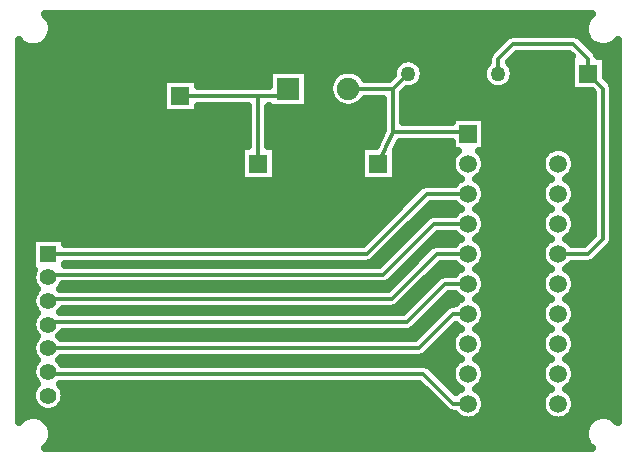
<source format=gtl>
G04 DipTrace 3.2.0.1*
G04 Top.gtl*
%MOIN*%
G04 #@! TF.FileFunction,Copper,L1,Top*
G04 #@! TF.Part,Single*
G04 #@! TA.AperFunction,Conductor*
%ADD14C,0.012992*%
G04 #@! TA.AperFunction,CopperBalancing*
%ADD15C,0.025*%
G04 #@! TA.AperFunction,ComponentPad*
%ADD16C,0.062992*%
%ADD17R,0.062992X0.062992*%
%ADD18C,0.05*%
%ADD19C,0.05*%
%ADD20C,0.062992*%
%ADD21C,0.129921*%
%ADD22R,0.055118X0.055118*%
%ADD23C,0.055118*%
%ADD24R,0.074803X0.074803*%
%ADD25C,0.074803*%
%ADD26R,0.059055X0.059055*%
%ADD27C,0.059055*%
%FSLAX26Y26*%
G04*
G70*
G90*
G75*
G01*
G04 Top*
%LPD*%
X2243701Y1693701D2*
D14*
Y1493699D1*
X1443701Y1643701D2*
Y1293701D1*
X1243701D1*
X1443701D2*
X1643701D1*
X1243701D2*
X1033858D1*
X983858Y1343701D1*
Y1442126D1*
Y1520866D1*
X916535D1*
X893701Y1543701D1*
Y1723622D1*
X877165Y1740157D1*
X983858Y1343701D2*
Y1329528D1*
X877165Y1222835D1*
X983858Y1619291D2*
X1243701D1*
X1319291D1*
X1343701Y1643701D1*
X1243701Y1393701D2*
Y1619291D1*
X1743701Y1693701D2*
X1693701Y1643701D1*
X1543701D1*
X1643701Y1393701D2*
X1693701Y1498714D1*
Y1643701D1*
Y1498714D2*
X1938688D1*
X1943701Y1493701D1*
X2043701Y1693701D2*
Y1743701D1*
X2093701Y1793701D1*
X2293701D1*
X2343701Y1743701D1*
Y1693701D1*
X2393701Y1643701D1*
Y1143701D1*
X2343701Y1093701D1*
X2243702D1*
X2243701Y1093699D1*
X1943701Y893701D2*
X1892915D1*
X1777954Y778740D1*
X543701D1*
X1943701Y993699D2*
X1867005D1*
X1739896Y866591D1*
X543701D1*
Y857480D1*
X1943701Y1293701D2*
X1805270D1*
X1605270Y1093701D1*
X543701D1*
X1943701Y1193701D2*
X1829181D1*
X1659955Y1024475D1*
X553215D1*
X543701Y1014961D1*
X1943701Y1093699D2*
X1838433D1*
X1688434Y943701D1*
X551181D1*
X543701Y936220D1*
X1943701Y593701D2*
X1893701D1*
X1793701Y693701D1*
X550000D1*
X543701Y700000D1*
X553517Y1866962D2*
D15*
X2333899D1*
X558038Y1842093D2*
X2329377D1*
X552081Y1817224D2*
X2068068D1*
X2319341D2*
X2335298D1*
X448089Y1792356D2*
X456747D1*
X530659D2*
X2043201D1*
X2344209D2*
X2356720D1*
X2430690D2*
X2439325D1*
X448089Y1767487D2*
X2018333D1*
X2369077D2*
X2439325D1*
X448089Y1742618D2*
X1725123D1*
X1762276D2*
X2008214D1*
X2091764D2*
X2283230D1*
X2404172D2*
X2439325D1*
X448089Y1717749D2*
X1695663D1*
X1791736D2*
X1995654D1*
X2091728D2*
X2283230D1*
X2404172D2*
X2439325D1*
X448089Y1692881D2*
X1277324D1*
X1410108D2*
X1500416D1*
X1586982D2*
X1689706D1*
X1797693D2*
X1989734D1*
X2097685D2*
X2283230D1*
X2404172D2*
X2439325D1*
X448089Y1668012D2*
X923362D1*
X1044340D2*
X1277324D1*
X1410108D2*
X1482115D1*
X1790839D2*
X1996587D1*
X2090831D2*
X2283230D1*
X2418525D2*
X2439325D1*
X448089Y1643143D2*
X923362D1*
X1410108D2*
X1477307D1*
X1755959D2*
X2031430D1*
X2055951D2*
X2283230D1*
X2429182D2*
X2439325D1*
X448089Y1618274D2*
X923362D1*
X1410108D2*
X1482581D1*
X1729190D2*
X2358228D1*
X2429182D2*
X2439325D1*
X448089Y1593406D2*
X923362D1*
X1410108D2*
X1501780D1*
X1585618D2*
X1658199D1*
X1729190D2*
X2358228D1*
X2429182D2*
X2439325D1*
X448089Y1568537D2*
X923362D1*
X1044340D2*
X1208211D1*
X1279202D2*
X1658199D1*
X1729190D2*
X2358228D1*
X2429182D2*
X2439325D1*
X448089Y1543668D2*
X1208211D1*
X1279202D2*
X1658199D1*
X1729190D2*
X1885167D1*
X2002232D2*
X2358228D1*
X2429182D2*
X2439325D1*
X448089Y1518799D2*
X1208211D1*
X1279202D2*
X1658199D1*
X2002232D2*
X2358228D1*
X2429182D2*
X2439325D1*
X448089Y1493930D2*
X1208211D1*
X1279202D2*
X1652386D1*
X2002232D2*
X2358228D1*
X2429182D2*
X2439325D1*
X448089Y1469062D2*
X1208211D1*
X1279202D2*
X1640545D1*
X2002232D2*
X2358228D1*
X2429182D2*
X2439325D1*
X448089Y1444193D2*
X1183201D1*
X1304178D2*
X1583201D1*
X1706762D2*
X1885167D1*
X2002232D2*
X2216951D1*
X2270467D2*
X2358228D1*
X2429182D2*
X2439325D1*
X448089Y1419324D2*
X1183201D1*
X1304178D2*
X1583201D1*
X1704178D2*
X1891374D1*
X1996025D2*
X2191403D1*
X2296017D2*
X2358228D1*
X2429182D2*
X2439325D1*
X448089Y1394455D2*
X1183201D1*
X1304178D2*
X1583201D1*
X1704178D2*
X1885202D1*
X2002232D2*
X2185194D1*
X2302224D2*
X2358228D1*
X2429182D2*
X2439325D1*
X448089Y1369587D2*
X1183201D1*
X1304178D2*
X1583201D1*
X1704178D2*
X1890621D1*
X1996778D2*
X2190648D1*
X2296770D2*
X2358228D1*
X2429182D2*
X2439325D1*
X448089Y1344718D2*
X1183201D1*
X1304178D2*
X1583201D1*
X1704178D2*
X1914017D1*
X1973382D2*
X2214009D1*
X2273374D2*
X2358228D1*
X2429182D2*
X2439325D1*
X448089Y1319849D2*
X1782646D1*
X1995738D2*
X2191654D1*
X2295730D2*
X2358228D1*
X2429182D2*
X2439325D1*
X448089Y1294980D2*
X1757383D1*
X2002197D2*
X2185194D1*
X2302189D2*
X2358228D1*
X2429182D2*
X2439325D1*
X448089Y1270112D2*
X1732516D1*
X1996993D2*
X2190398D1*
X2297021D2*
X2358228D1*
X2429182D2*
X2439325D1*
X448089Y1245243D2*
X1707647D1*
X1805983D2*
X1913084D1*
X1974315D2*
X2213076D1*
X2274307D2*
X2358228D1*
X2429182D2*
X2439325D1*
X448089Y1220374D2*
X1682780D1*
X1781079D2*
X1807262D1*
X1995451D2*
X2191941D1*
X2295479D2*
X2358228D1*
X2429182D2*
X2439325D1*
X448089Y1195505D2*
X1657912D1*
X1756211D2*
X1781820D1*
X2002197D2*
X2185194D1*
X2302189D2*
X2358228D1*
X2429182D2*
X2439325D1*
X448089Y1170636D2*
X1633045D1*
X1731344D2*
X1756953D1*
X1997245D2*
X2190146D1*
X2297236D2*
X2358228D1*
X2429182D2*
X2439325D1*
X448089Y1145768D2*
X487155D1*
X600238D2*
X1608177D1*
X1706475D2*
X1732085D1*
X1830383D2*
X1912223D1*
X1975213D2*
X2212215D1*
X2275203D2*
X2346601D1*
X2429182D2*
X2439325D1*
X448089Y1120899D2*
X487155D1*
X1681608D2*
X1707217D1*
X1805516D2*
X1817274D1*
X1995164D2*
X2192227D1*
X2420033D2*
X2439325D1*
X448089Y1096030D2*
X487155D1*
X1656740D2*
X1682349D1*
X1780648D2*
X1791621D1*
X2002161D2*
X2185230D1*
X2395165D2*
X2439325D1*
X448089Y1071161D2*
X487155D1*
X1631873D2*
X1657482D1*
X1755781D2*
X1766749D1*
X1997496D2*
X2189930D1*
X2370297D2*
X2439325D1*
X448089Y1046293D2*
X487155D1*
X1730912D2*
X1741881D1*
X1840180D2*
X1911362D1*
X1976038D2*
X2211354D1*
X2276029D2*
X2439325D1*
X448089Y1021424D2*
X487550D1*
X1706045D2*
X1717013D1*
X1815312D2*
X1846627D1*
X1994877D2*
X2192514D1*
X2294869D2*
X2439325D1*
X448089Y996555D2*
X490385D1*
X1680029D2*
X1692109D1*
X1790445D2*
X1820719D1*
X2002161D2*
X2185266D1*
X2302154D2*
X2439325D1*
X448089Y971686D2*
X500396D1*
X1765576D2*
X1795850D1*
X1997711D2*
X2189680D1*
X2297703D2*
X2439325D1*
X448089Y946818D2*
X488196D1*
X1740709D2*
X1770983D1*
X1869282D2*
X1910537D1*
X1976862D2*
X2210529D1*
X2276854D2*
X2439325D1*
X448089Y921949D2*
X489056D1*
X1715841D2*
X1746115D1*
X1844415D2*
X1873361D1*
X1994589D2*
X2192837D1*
X2294581D2*
X2439325D1*
X448089Y897080D2*
X503912D1*
X1819546D2*
X1847130D1*
X2002125D2*
X2185266D1*
X2302117D2*
X2439325D1*
X448089Y872211D2*
X489199D1*
X1794678D2*
X1822261D1*
X1997927D2*
X2189465D1*
X2297919D2*
X2439325D1*
X448089Y847343D2*
X488123D1*
X1769811D2*
X1797394D1*
X1895693D2*
X1909747D1*
X1977652D2*
X2209739D1*
X2277644D2*
X2439325D1*
X448089Y822474D2*
X500001D1*
X587391D2*
X1772526D1*
X1870825D2*
X1893133D1*
X1994266D2*
X2193125D1*
X2294259D2*
X2439325D1*
X448089Y797605D2*
X490563D1*
X1845957D2*
X1885310D1*
X2002089D2*
X2185302D1*
X2302081D2*
X2439325D1*
X448089Y772736D2*
X487478D1*
X1821089D2*
X1889257D1*
X1998142D2*
X2189249D1*
X2298134D2*
X2439325D1*
X448089Y747867D2*
X496844D1*
X1792094D2*
X1908993D1*
X1978406D2*
X2208986D1*
X2278398D2*
X2439325D1*
X448089Y722999D2*
X492286D1*
X1811365D2*
X1893455D1*
X1993944D2*
X2193448D1*
X2293936D2*
X2439325D1*
X448089Y698130D2*
X487190D1*
X1838421D2*
X1885346D1*
X2002054D2*
X2185374D1*
X2302046D2*
X2439325D1*
X448089Y673261D2*
X494224D1*
X1863289D2*
X1889042D1*
X1998357D2*
X2189034D1*
X2298349D2*
X2439325D1*
X448089Y648392D2*
X494440D1*
X592953D2*
X1789858D1*
X1888157D2*
X1908240D1*
X1979159D2*
X2208268D1*
X2279151D2*
X2439325D1*
X448089Y623524D2*
X487190D1*
X600202D2*
X1814726D1*
X1993621D2*
X2193770D1*
X2293613D2*
X2439325D1*
X448089Y598655D2*
X492106D1*
X595286D2*
X1839593D1*
X2002017D2*
X2185409D1*
X2302009D2*
X2439325D1*
X448089Y573786D2*
X515360D1*
X572033D2*
X1864462D1*
X1998572D2*
X2188854D1*
X2298564D2*
X2439325D1*
X448089Y548917D2*
X463364D1*
X524055D2*
X1907558D1*
X1979841D2*
X2207550D1*
X2279869D2*
X2363360D1*
X2424051D2*
X2439325D1*
X550072Y524049D2*
X2337307D1*
X557787Y499180D2*
X2329592D1*
X554916Y474311D2*
X2332463D1*
X539415Y449442D2*
X2348001D1*
X1194899Y1451689D2*
X1210724D1*
X1210713Y1586291D1*
X1041852Y1586303D1*
X1041846Y1561303D1*
X925870D1*
Y1677280D1*
X1041846D1*
Y1652268D1*
X1279836Y1652280D1*
X1279807Y1707594D1*
X1407594D1*
Y1579807D1*
X1279807D1*
Y1586302D1*
X1276689Y1582546D1*
Y1451676D1*
X1301689Y1451689D1*
Y1335713D1*
X1185713D1*
Y1451689D1*
X1194899D1*
X2375675Y1751689D2*
X2401689D1*
Y1682396D1*
X2418785Y1665125D1*
X2421828Y1660937D1*
X2424178Y1656325D1*
X2425777Y1651402D1*
X2426588Y1646289D1*
X2426689Y1579396D1*
X2426588Y1141113D1*
X2425777Y1136000D1*
X2424178Y1131076D1*
X2421828Y1126465D1*
X2418785Y1122277D1*
X2371556Y1074904D1*
X2365125Y1068617D1*
X2360937Y1065573D1*
X2356325Y1063223D1*
X2351402Y1061625D1*
X2346289Y1060814D1*
X2288978Y1060713D1*
X2283312Y1054088D1*
X2276629Y1048378D1*
X2268962Y1043706D1*
X2276629Y1039021D1*
X2283312Y1033311D1*
X2289022Y1026627D1*
X2293614Y1019131D1*
X2296979Y1011010D1*
X2299030Y1002463D1*
X2299720Y993699D1*
X2299030Y984936D1*
X2296979Y976388D1*
X2293614Y968268D1*
X2289022Y960772D1*
X2283312Y954088D1*
X2276629Y948378D1*
X2268962Y943706D1*
X2276629Y939022D1*
X2283312Y933312D1*
X2289022Y926629D1*
X2293614Y919133D1*
X2296979Y911012D1*
X2299030Y902465D1*
X2299720Y893701D1*
X2299030Y884937D1*
X2296979Y876390D1*
X2293614Y868269D1*
X2289022Y860773D1*
X2283312Y854089D1*
X2276629Y848379D1*
X2268962Y843707D1*
X2276629Y839021D1*
X2283312Y833311D1*
X2289022Y826627D1*
X2293614Y819131D1*
X2296979Y811010D1*
X2299030Y802463D1*
X2299720Y793699D1*
X2299030Y784936D1*
X2296979Y776388D1*
X2293614Y768268D1*
X2289022Y760772D1*
X2283312Y754088D1*
X2276629Y748378D1*
X2268962Y743706D1*
X2276629Y739021D1*
X2283312Y733311D1*
X2289022Y726627D1*
X2293614Y719131D1*
X2296979Y711010D1*
X2299030Y702463D1*
X2299720Y693699D1*
X2299030Y684936D1*
X2296979Y676388D1*
X2293614Y668268D1*
X2289022Y660772D1*
X2283312Y654088D1*
X2276629Y648378D1*
X2268962Y643706D1*
X2276629Y639022D1*
X2283312Y633312D1*
X2289022Y626629D1*
X2293614Y619133D1*
X2296979Y611012D1*
X2299030Y602465D1*
X2299720Y593701D1*
X2299030Y584937D1*
X2296979Y576390D1*
X2293614Y568269D1*
X2289022Y560773D1*
X2283312Y554089D1*
X2276629Y548379D1*
X2269133Y543787D1*
X2261012Y540423D1*
X2252465Y538371D1*
X2243701Y537681D1*
X2234937Y538371D1*
X2226390Y540423D1*
X2218269Y543787D1*
X2210773Y548379D1*
X2204089Y554089D1*
X2198379Y560773D1*
X2193787Y568269D1*
X2190423Y576390D1*
X2188371Y584937D1*
X2187681Y593701D1*
X2188371Y602465D1*
X2190423Y611012D1*
X2193787Y619133D1*
X2198379Y626629D1*
X2204089Y633312D1*
X2210773Y639022D1*
X2218440Y643694D1*
X2210773Y648378D1*
X2204089Y654088D1*
X2198379Y660772D1*
X2193787Y668268D1*
X2190423Y676388D1*
X2188371Y684936D1*
X2187681Y693699D1*
X2188371Y702463D1*
X2190423Y711010D1*
X2193787Y719131D1*
X2198379Y726627D1*
X2204089Y733311D1*
X2210773Y739021D1*
X2218440Y743693D1*
X2210773Y748378D1*
X2204089Y754088D1*
X2198379Y760772D1*
X2193787Y768268D1*
X2190423Y776388D1*
X2188371Y784936D1*
X2187681Y793699D1*
X2188371Y802463D1*
X2190423Y811010D1*
X2193787Y819131D1*
X2198379Y826627D1*
X2204089Y833311D1*
X2210773Y839021D1*
X2218440Y843693D1*
X2210773Y848379D1*
X2204089Y854089D1*
X2198379Y860773D1*
X2193787Y868269D1*
X2190423Y876390D1*
X2188371Y884937D1*
X2187681Y893701D1*
X2188371Y902465D1*
X2190423Y911012D1*
X2193787Y919133D1*
X2198379Y926629D1*
X2204089Y933312D1*
X2210773Y939022D1*
X2218440Y943694D1*
X2210773Y948378D1*
X2204089Y954088D1*
X2198379Y960772D1*
X2193787Y968268D1*
X2190423Y976388D1*
X2188371Y984936D1*
X2187681Y993699D1*
X2188371Y1002463D1*
X2190423Y1011010D1*
X2193787Y1019131D1*
X2198379Y1026627D1*
X2204089Y1033311D1*
X2210773Y1039021D1*
X2218440Y1043693D1*
X2210773Y1048378D1*
X2204089Y1054088D1*
X2198379Y1060772D1*
X2193787Y1068268D1*
X2190423Y1076388D1*
X2188371Y1084936D1*
X2187681Y1093699D1*
X2188371Y1102463D1*
X2190423Y1111010D1*
X2193787Y1119131D1*
X2198379Y1126627D1*
X2204089Y1133311D1*
X2210773Y1139021D1*
X2218440Y1143693D1*
X2210773Y1148379D1*
X2204089Y1154089D1*
X2198379Y1160773D1*
X2193787Y1168269D1*
X2190423Y1176390D1*
X2188371Y1184937D1*
X2187681Y1193701D1*
X2188371Y1202465D1*
X2190423Y1211012D1*
X2193787Y1219133D1*
X2198379Y1226629D1*
X2204089Y1233312D1*
X2210773Y1239022D1*
X2218440Y1243694D1*
X2210773Y1248378D1*
X2204089Y1254088D1*
X2198379Y1260772D1*
X2193787Y1268268D1*
X2190423Y1276388D1*
X2188371Y1284936D1*
X2187681Y1293699D1*
X2188371Y1302463D1*
X2190423Y1311010D1*
X2193787Y1319131D1*
X2198379Y1326627D1*
X2204089Y1333311D1*
X2210773Y1339021D1*
X2218440Y1343693D1*
X2210773Y1348378D1*
X2204089Y1354088D1*
X2198379Y1360772D1*
X2193787Y1368268D1*
X2190423Y1376388D1*
X2188371Y1384936D1*
X2187681Y1393699D1*
X2188371Y1402463D1*
X2190423Y1411010D1*
X2193787Y1419131D1*
X2198379Y1426627D1*
X2204089Y1433311D1*
X2210773Y1439021D1*
X2218269Y1443613D1*
X2226390Y1446978D1*
X2234937Y1449029D1*
X2243701Y1449719D1*
X2252465Y1449029D1*
X2261012Y1446978D1*
X2269133Y1443613D1*
X2276629Y1439021D1*
X2283312Y1433311D1*
X2289022Y1426627D1*
X2293614Y1419131D1*
X2296979Y1411010D1*
X2299030Y1402463D1*
X2299720Y1393699D1*
X2299030Y1384936D1*
X2296979Y1376388D1*
X2293614Y1368268D1*
X2289022Y1360772D1*
X2283312Y1354088D1*
X2276629Y1348378D1*
X2268962Y1343706D1*
X2276629Y1339021D1*
X2283312Y1333311D1*
X2289022Y1326627D1*
X2293614Y1319131D1*
X2296979Y1311010D1*
X2299030Y1302463D1*
X2299720Y1293699D1*
X2299030Y1284936D1*
X2296979Y1276388D1*
X2293614Y1268268D1*
X2289022Y1260772D1*
X2283312Y1254088D1*
X2276629Y1248378D1*
X2268962Y1243706D1*
X2276629Y1239022D1*
X2283312Y1233312D1*
X2289022Y1226629D1*
X2293614Y1219133D1*
X2296979Y1211012D1*
X2299030Y1202465D1*
X2299720Y1193701D1*
X2299030Y1184937D1*
X2296979Y1176390D1*
X2293614Y1168269D1*
X2289022Y1160773D1*
X2283312Y1154089D1*
X2276629Y1148379D1*
X2268962Y1143707D1*
X2276629Y1139021D1*
X2283312Y1133311D1*
X2288969Y1126694D1*
X2330004Y1126689D1*
X2360694Y1157346D1*
X2360713Y1630039D1*
X2355024Y1635726D1*
X2285713Y1635713D1*
Y1751689D1*
X2289050D1*
X2280055Y1760694D1*
X2107354Y1760713D1*
X2078382Y1731730D1*
X2082856Y1727142D1*
X2087605Y1720605D1*
X2091273Y1713406D1*
X2093770Y1705722D1*
X2095034Y1697740D1*
Y1689661D1*
X2093770Y1681680D1*
X2091273Y1673996D1*
X2087605Y1666797D1*
X2082856Y1660260D1*
X2077142Y1654546D1*
X2070605Y1649797D1*
X2063406Y1646129D1*
X2055722Y1643631D1*
X2047740Y1642367D1*
X2039661D1*
X2031680Y1643631D1*
X2023996Y1646129D1*
X2016797Y1649797D1*
X2010260Y1654546D1*
X2004546Y1660260D1*
X1999797Y1666797D1*
X1996129Y1673996D1*
X1993631Y1681680D1*
X1992367Y1689661D1*
Y1697740D1*
X1993631Y1705722D1*
X1996129Y1713406D1*
X1999797Y1720605D1*
X2004546Y1727142D1*
X2010718Y1733218D1*
X2010814Y1746289D1*
X2011623Y1751402D1*
X2013223Y1756325D1*
X2015573Y1760937D1*
X2018617Y1765125D1*
X2065845Y1812497D1*
X2072277Y1818785D1*
X2076465Y1821828D1*
X2081076Y1824178D1*
X2086000Y1825778D1*
X2091113Y1826588D1*
X2158005Y1826689D1*
X2296289Y1826588D1*
X2301402Y1825778D1*
X2306325Y1824178D1*
X2310937Y1821828D1*
X2315125Y1818785D1*
X2362497Y1771556D1*
X2368785Y1765125D1*
X2371828Y1760937D1*
X2374178Y1756325D1*
X2375077Y1753885D1*
X1795034Y1689661D2*
X1793770Y1681680D1*
X1791273Y1673996D1*
X1787605Y1666797D1*
X1782856Y1660260D1*
X1777142Y1654546D1*
X1770605Y1649797D1*
X1763406Y1646129D1*
X1755722Y1643631D1*
X1747740Y1642367D1*
X1739080Y1642436D1*
X1726707Y1630055D1*
X1726689Y1531706D1*
X1887655Y1531702D1*
X1887681Y1549720D1*
X1999720D1*
Y1437681D1*
X1978370D1*
X1983312Y1433312D1*
X1989022Y1426629D1*
X1993614Y1419133D1*
X1996979Y1411012D1*
X1999030Y1402465D1*
X1999720Y1393701D1*
X1999030Y1384937D1*
X1996979Y1376390D1*
X1993614Y1368269D1*
X1989022Y1360773D1*
X1983312Y1354089D1*
X1976629Y1348379D1*
X1968962Y1343707D1*
X1976629Y1339022D1*
X1983312Y1333312D1*
X1989022Y1326629D1*
X1993614Y1319133D1*
X1996979Y1311012D1*
X1999030Y1302465D1*
X1999720Y1293701D1*
X1999030Y1284937D1*
X1996979Y1276390D1*
X1993614Y1268269D1*
X1989022Y1260773D1*
X1983312Y1254089D1*
X1976629Y1248379D1*
X1968962Y1243707D1*
X1976629Y1239022D1*
X1983312Y1233312D1*
X1989022Y1226629D1*
X1993614Y1219133D1*
X1996979Y1211012D1*
X1999030Y1202465D1*
X1999720Y1193701D1*
X1999030Y1184937D1*
X1996979Y1176390D1*
X1993614Y1168269D1*
X1989022Y1160773D1*
X1983312Y1154089D1*
X1976629Y1148379D1*
X1968962Y1143707D1*
X1976629Y1139021D1*
X1983312Y1133311D1*
X1989022Y1126627D1*
X1993614Y1119131D1*
X1996979Y1111010D1*
X1999030Y1102463D1*
X1999720Y1093699D1*
X1999030Y1084936D1*
X1996979Y1076388D1*
X1993614Y1068268D1*
X1989022Y1060772D1*
X1983312Y1054088D1*
X1976629Y1048378D1*
X1968962Y1043706D1*
X1976629Y1039021D1*
X1983312Y1033311D1*
X1989022Y1026627D1*
X1993614Y1019131D1*
X1996979Y1011010D1*
X1999030Y1002463D1*
X1999720Y993699D1*
X1999030Y984936D1*
X1996979Y976388D1*
X1993614Y968268D1*
X1989022Y960772D1*
X1983312Y954088D1*
X1976629Y948378D1*
X1968962Y943706D1*
X1976629Y939022D1*
X1983312Y933312D1*
X1989022Y926629D1*
X1993614Y919133D1*
X1996979Y911012D1*
X1999030Y902465D1*
X1999720Y893701D1*
X1999030Y884937D1*
X1996979Y876390D1*
X1993614Y868269D1*
X1989022Y860773D1*
X1983312Y854089D1*
X1976629Y848379D1*
X1968962Y843707D1*
X1976629Y839021D1*
X1983312Y833311D1*
X1989022Y826627D1*
X1993614Y819131D1*
X1996979Y811010D1*
X1999030Y802463D1*
X1999720Y793699D1*
X1999030Y784936D1*
X1996979Y776388D1*
X1993614Y768268D1*
X1989022Y760772D1*
X1983312Y754088D1*
X1976629Y748378D1*
X1968962Y743706D1*
X1976629Y739021D1*
X1983312Y733311D1*
X1989022Y726627D1*
X1993614Y719131D1*
X1996979Y711010D1*
X1999030Y702463D1*
X1999720Y693699D1*
X1999030Y684936D1*
X1996979Y676388D1*
X1993614Y668268D1*
X1989022Y660772D1*
X1983312Y654088D1*
X1976629Y648378D1*
X1968962Y643706D1*
X1976629Y639022D1*
X1983312Y633312D1*
X1989022Y626629D1*
X1993614Y619133D1*
X1996979Y611012D1*
X1999030Y602465D1*
X1999720Y593701D1*
X1999030Y584937D1*
X1996979Y576390D1*
X1993614Y568269D1*
X1989022Y560773D1*
X1983312Y554089D1*
X1976629Y548379D1*
X1969133Y543787D1*
X1961012Y540423D1*
X1952465Y538371D1*
X1943701Y537681D1*
X1934937Y538371D1*
X1926390Y540423D1*
X1918269Y543787D1*
X1910773Y548379D1*
X1904089Y554089D1*
X1898433Y560706D1*
X1891113Y560814D1*
X1886000Y561625D1*
X1881076Y563223D1*
X1876465Y565573D1*
X1872277Y568617D1*
X1824904Y615845D1*
X1780018Y660731D1*
X580852Y660713D1*
X587429Y653030D1*
X591861Y645799D1*
X595106Y637962D1*
X597087Y629715D1*
X597752Y621260D1*
X597087Y612804D1*
X595106Y604558D1*
X591861Y596720D1*
X587429Y589490D1*
X581921Y583039D1*
X575471Y577531D1*
X568240Y573100D1*
X560403Y569854D1*
X552156Y567874D1*
X543701Y567209D1*
X535245Y567874D1*
X526999Y569854D1*
X519161Y573100D1*
X511930Y577531D1*
X505480Y583039D1*
X499972Y589490D1*
X495541Y596720D1*
X492295Y604558D1*
X490315Y612804D1*
X489650Y621260D1*
X490315Y629715D1*
X492295Y637962D1*
X495541Y645799D1*
X499972Y653030D1*
X505480Y659480D1*
X506686Y660594D1*
X502600Y664896D1*
X497614Y671759D1*
X493764Y679315D1*
X491143Y687382D1*
X489816Y695760D1*
Y704240D1*
X491143Y712618D1*
X493764Y720685D1*
X497614Y728241D1*
X502600Y735104D1*
X506686Y739335D1*
X502600Y743636D1*
X497614Y750499D1*
X493764Y758055D1*
X491143Y766122D1*
X489816Y774500D1*
Y782980D1*
X491143Y791358D1*
X493764Y799425D1*
X497614Y806982D1*
X502600Y813844D1*
X506686Y818075D1*
X502600Y822377D1*
X497614Y829239D1*
X493764Y836795D1*
X491143Y844862D1*
X489816Y853240D1*
Y861720D1*
X491143Y870098D1*
X493764Y878165D1*
X497614Y885722D1*
X502600Y892584D1*
X506686Y896815D1*
X502600Y901117D1*
X497614Y907979D1*
X493764Y915535D1*
X491143Y923602D1*
X489816Y931980D1*
Y940461D1*
X491143Y948839D1*
X493764Y956906D1*
X497614Y964462D1*
X502600Y971324D1*
X506686Y975555D1*
X502600Y979857D1*
X497614Y986719D1*
X493764Y994276D1*
X491143Y1002343D1*
X489816Y1010720D1*
Y1019201D1*
X491143Y1027579D1*
X493764Y1035646D1*
X495630Y1039659D1*
X489650Y1039650D1*
Y1147752D1*
X597752D1*
Y1126688D1*
X1591627Y1126689D1*
X1783846Y1318785D1*
X1788034Y1321828D1*
X1792646Y1324178D1*
X1797570Y1325778D1*
X1802682Y1326588D1*
X1869575Y1326689D1*
X1898390D1*
X1904089Y1333312D1*
X1910773Y1339022D1*
X1918440Y1343694D1*
X1910773Y1348379D1*
X1904089Y1354089D1*
X1898379Y1360773D1*
X1893787Y1368269D1*
X1890423Y1376390D1*
X1888371Y1384937D1*
X1887681Y1393701D1*
X1888371Y1402465D1*
X1890423Y1411012D1*
X1893787Y1419133D1*
X1898379Y1426629D1*
X1904089Y1433312D1*
X1909059Y1437671D1*
X1887681Y1437681D1*
Y1465706D1*
X1714520Y1465726D1*
X1701688Y1438752D1*
X1701689Y1335713D1*
X1585713D1*
Y1451689D1*
X1634766D1*
X1660703Y1506148D1*
X1660713Y1610709D1*
X1598428Y1610713D1*
X1592286Y1602205D1*
X1585197Y1595115D1*
X1577085Y1589223D1*
X1568152Y1584671D1*
X1558617Y1581572D1*
X1548714Y1580004D1*
X1538688D1*
X1528785Y1581572D1*
X1519249Y1584671D1*
X1510316Y1589223D1*
X1502205Y1595115D1*
X1495115Y1602205D1*
X1489223Y1610316D1*
X1484671Y1619249D1*
X1481572Y1628785D1*
X1480004Y1638688D1*
Y1648714D1*
X1481572Y1658617D1*
X1484671Y1668152D1*
X1489223Y1677085D1*
X1495115Y1685197D1*
X1502205Y1692286D1*
X1510316Y1698178D1*
X1519249Y1702731D1*
X1528785Y1705829D1*
X1538688Y1707398D1*
X1548714D1*
X1558617Y1705829D1*
X1568152Y1702731D1*
X1577085Y1698178D1*
X1585197Y1692286D1*
X1592286Y1685197D1*
X1598178Y1677085D1*
X1598819Y1676689D1*
X1680025D1*
X1692424Y1689077D1*
X1692367Y1697740D1*
X1693631Y1705722D1*
X1696129Y1713406D1*
X1699797Y1720605D1*
X1704546Y1727142D1*
X1710260Y1732856D1*
X1716797Y1737605D1*
X1723996Y1741273D1*
X1731680Y1743770D1*
X1739661Y1745034D1*
X1747740D1*
X1755722Y1743770D1*
X1763406Y1741273D1*
X1770605Y1737605D1*
X1777142Y1732856D1*
X1782856Y1727142D1*
X1787605Y1720605D1*
X1791273Y1713406D1*
X1793770Y1705722D1*
X1795034Y1697740D1*
Y1689661D1*
X592353Y991491D2*
X589787Y986719D1*
X584802Y979857D1*
X581860Y976685D1*
X1674751Y976689D1*
X1817009Y1118783D1*
X1821197Y1121827D1*
X1825808Y1124177D1*
X1830732Y1125777D1*
X1835845Y1126587D1*
X1898395Y1126688D1*
X1904089Y1133311D1*
X1910773Y1139021D1*
X1918440Y1143693D1*
X1910773Y1148379D1*
X1904089Y1154089D1*
X1898433Y1160706D1*
X1842831Y1160713D1*
X1681379Y999391D1*
X1677192Y996348D1*
X1672580Y993997D1*
X1667656Y992398D1*
X1662543Y991588D1*
X1595651Y991487D1*
X592365D1*
X591318Y910713D2*
X587429Y904450D1*
X583373Y899571D1*
X1726264Y899579D1*
X1845581Y1018783D1*
X1849769Y1021827D1*
X1854381Y1024177D1*
X1859304Y1025777D1*
X1864417Y1026587D1*
X1898404Y1026688D1*
X1904089Y1033311D1*
X1910773Y1039021D1*
X1918440Y1043693D1*
X1910773Y1048378D1*
X1904089Y1054088D1*
X1898433Y1060705D1*
X1852088Y1060711D1*
X1709858Y918617D1*
X1705671Y915573D1*
X1701059Y913223D1*
X1696135Y911625D1*
X1691022Y910814D1*
X1624130Y910713D1*
X591348D1*
X592159Y833589D2*
X589787Y829239D1*
X584802Y822377D1*
X580715Y818146D1*
X586475Y811722D1*
X1764302Y811728D1*
X1871491Y918785D1*
X1875678Y921828D1*
X1880290Y924178D1*
X1885214Y925778D1*
X1890327Y926588D1*
X1892925Y926689D1*
X1901104Y930083D1*
X1907319Y936298D1*
X1914430Y941466D1*
X1918269Y943786D1*
X1910773Y948378D1*
X1904089Y954088D1*
X1898433Y960705D1*
X1880652Y960711D1*
X1761320Y841507D1*
X1757133Y838463D1*
X1752521Y836113D1*
X1747597Y834513D1*
X1742484Y833703D1*
X1675592Y833602D1*
X592213D1*
X586475Y745759D2*
X581921Y740520D1*
X580715Y739406D1*
X584802Y735104D1*
X589787Y728241D1*
X590654Y726694D1*
X1796289Y726588D1*
X1801402Y725777D1*
X1806325Y724178D1*
X1810937Y721828D1*
X1815125Y718785D1*
X1862497Y671556D1*
X1902461Y631593D1*
X1907319Y636298D1*
X1914430Y641466D1*
X1918269Y643786D1*
X1910773Y648378D1*
X1904089Y654088D1*
X1898379Y660772D1*
X1893787Y668268D1*
X1890423Y676388D1*
X1888371Y684936D1*
X1887681Y693699D1*
X1888371Y702463D1*
X1890423Y711010D1*
X1893787Y719131D1*
X1898379Y726627D1*
X1904089Y733311D1*
X1910773Y739021D1*
X1918440Y743693D1*
X1910773Y748378D1*
X1904089Y754088D1*
X1898379Y760772D1*
X1893787Y768268D1*
X1890423Y776388D1*
X1888371Y784936D1*
X1887681Y793699D1*
X1888371Y802463D1*
X1890423Y811010D1*
X1893787Y819131D1*
X1898379Y826627D1*
X1904089Y833311D1*
X1910773Y839021D1*
X1918440Y843693D1*
X1910773Y848379D1*
X1904089Y854089D1*
X1902094Y856247D1*
X1799378Y753656D1*
X1795190Y750613D1*
X1790579Y748262D1*
X1785655Y746663D1*
X1780542Y745853D1*
X1713650Y745752D1*
X586491D1*
X555354Y1838849D2*
X553836Y1829264D1*
X550837Y1820034D1*
X546432Y1811387D1*
X540727Y1803537D1*
X533865Y1796675D1*
X526014Y1790970D1*
X517367Y1786564D1*
X508138Y1783566D1*
X498552Y1782047D1*
X488849D1*
X479264Y1783566D1*
X470034Y1786564D1*
X461387Y1790970D1*
X453537Y1796675D1*
X446675Y1803537D1*
X445583Y1804921D1*
X445571Y532514D1*
X449971Y537430D1*
X457350Y543734D1*
X465625Y548804D1*
X474591Y552518D1*
X484026Y554783D1*
X493701Y555545D1*
X503375Y554783D1*
X512811Y552518D1*
X521777Y548804D1*
X530051Y543734D1*
X537430Y537430D1*
X543734Y530051D1*
X548804Y521777D1*
X552518Y512811D1*
X554783Y503375D1*
X555545Y493701D1*
X554783Y484026D1*
X552518Y474591D1*
X548804Y465625D1*
X543734Y457350D1*
X537430Y449971D1*
X532480Y445583D1*
X2354849Y445571D1*
X2349971Y449971D1*
X2343668Y457350D1*
X2338597Y465625D1*
X2334883Y474591D1*
X2332618Y484026D1*
X2331857Y493701D1*
X2332618Y503375D1*
X2334883Y512811D1*
X2338597Y521777D1*
X2343668Y530051D1*
X2349971Y537430D1*
X2357350Y543734D1*
X2365625Y548804D1*
X2374591Y552518D1*
X2384026Y554783D1*
X2393701Y555545D1*
X2403375Y554783D1*
X2412811Y552518D1*
X2421777Y548804D1*
X2430051Y543734D1*
X2437430Y537430D1*
X2441819Y532480D1*
X2441831Y1804887D1*
X2437430Y1799971D1*
X2430051Y1793668D1*
X2421777Y1788597D1*
X2412811Y1784883D1*
X2403375Y1782618D1*
X2393701Y1781857D1*
X2384026Y1782618D1*
X2374591Y1784883D1*
X2365625Y1788597D1*
X2357350Y1793668D1*
X2349971Y1799971D1*
X2343668Y1807350D1*
X2338597Y1815625D1*
X2334883Y1824591D1*
X2332618Y1834026D1*
X2331857Y1843701D1*
X2332618Y1853375D1*
X2334883Y1862811D1*
X2338597Y1871777D1*
X2343668Y1880051D1*
X2349971Y1887430D1*
X2354921Y1891819D1*
X532552Y1891831D1*
X537430Y1887430D1*
X543734Y1880051D1*
X548804Y1871777D1*
X552518Y1862811D1*
X554783Y1853375D1*
X555545Y1843701D1*
X555354Y1838849D1*
X1918440Y1243707D2*
X1910773Y1248379D1*
X1904089Y1254089D1*
X1898433Y1260706D1*
X1818932Y1260713D1*
X1626694Y1068617D1*
X1622507Y1065573D1*
X1617895Y1063223D1*
X1612971Y1061623D1*
X1607858Y1060814D1*
X1540966Y1060713D1*
X597751D1*
X599147Y1057463D1*
X1646283D1*
X1807757Y1218785D1*
X1811945Y1221828D1*
X1816556Y1224178D1*
X1821480Y1225778D1*
X1826593Y1226588D1*
X1893486Y1226689D1*
X1898402D1*
X1904089Y1233312D1*
X1910773Y1239022D1*
X1918440Y1243694D1*
D16*
X1243701Y1293701D3*
D17*
Y1393701D3*
D16*
X2243701Y1693701D3*
D17*
X2343701D3*
D18*
X1743701D3*
D19*
X2043701D3*
D17*
X1643701Y1393701D3*
D16*
Y1293701D3*
D17*
X983858Y1619291D3*
D20*
Y1520866D3*
Y1442126D3*
Y1343701D3*
D21*
X877165Y1740157D3*
Y1222835D3*
D22*
X543701Y1093701D3*
D23*
Y1014961D3*
Y936220D3*
Y857480D3*
Y778740D3*
Y700000D3*
Y621260D3*
D24*
X1343701Y1643701D3*
D25*
X1443701D3*
X1543701D3*
D26*
X1943701Y1493701D3*
D27*
Y1393701D3*
Y1293701D3*
Y1193701D3*
Y1093699D3*
Y993699D3*
Y893701D3*
Y793699D3*
Y693699D3*
Y593701D3*
X2243701Y1493699D3*
Y1393699D3*
Y1293699D3*
Y1193701D3*
Y1093699D3*
Y993699D3*
Y893701D3*
Y793699D3*
Y693699D3*
Y593701D3*
M02*

</source>
